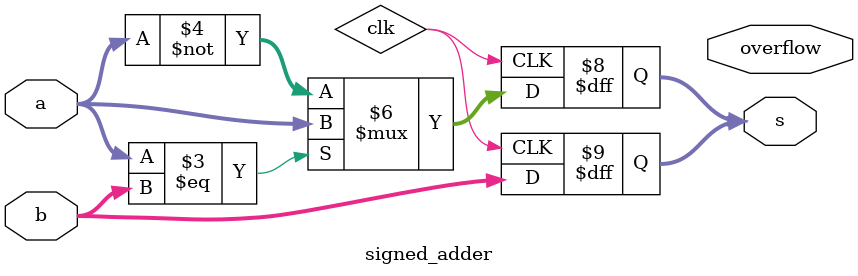
<source format=v>

module signed_adder(input [7:0] a,
    input [7:0] b,
    output [7:0] s,
    output overflow
); 

// The numbers a and b are added to the output s. 
// assign the occurence of the signed overflow of a and b to the output overflow.
// a signed overflow occurs if the most significant bits of a and b are low and the most significant bit of s is high
// a signed overflow may also occur if the most significant bits of a and b are high and the most significant bit of s is low



// Initialize a 3-bit register with the value of the most significant bit of the result
  always @(posedge clk)
  begin
    s <= b;
  end

// Add two inputs and store the result in a 3-bit register
  always @(posedge clk)
  begin
    if (a == b)
      s <= a;
    else
      s <= ~a;
  end

endmodule

</source>
